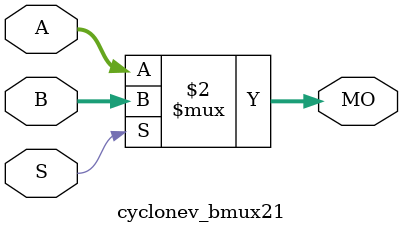
<source format=v>
module cyclonev_bmux21 (MO, A, B, S);
   input [15:0] A, B;
   input 	S;
   output [15:0] MO; 
   assign MO = (S == 1) ? B : A; 
endmodule
</source>
